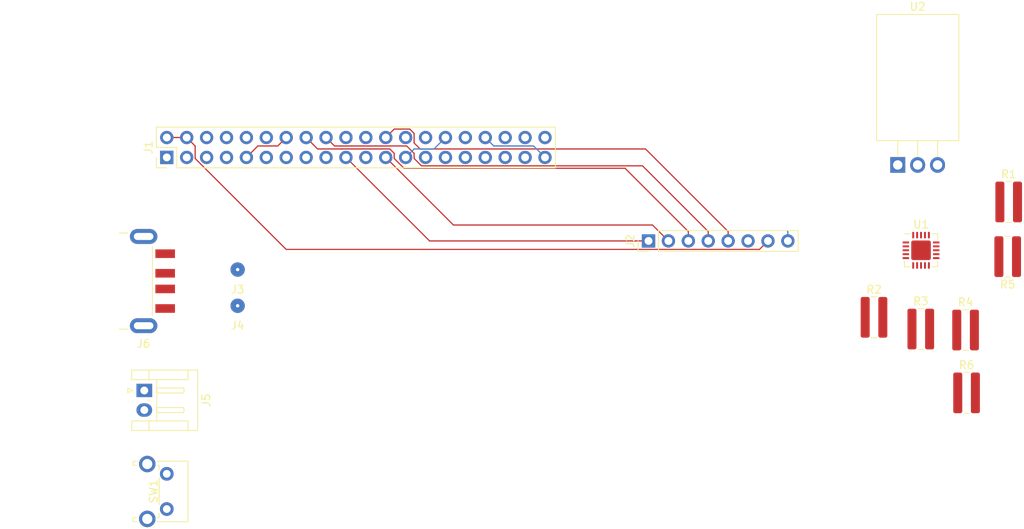
<source format=kicad_pcb>
(kicad_pcb (version 20171130) (host pcbnew 5.0.0+dfsg1-2)

  (general
    (thickness 1.6)
    (drawings 0)
    (tracks 55)
    (zones 0)
    (modules 15)
    (nets 46)
  )

  (page A4)
  (layers
    (0 F.Cu signal)
    (31 B.Cu signal)
    (36 B.SilkS user)
    (37 F.SilkS user)
    (38 B.Mask user)
    (39 F.Mask user)
    (44 Edge.Cuts user)
    (45 Margin user)
    (46 B.CrtYd user)
    (47 F.CrtYd user)
    (49 F.Fab user)
  )

  (setup
    (last_trace_width 0.1524)
    (trace_clearance 0.1524)
    (zone_clearance 0.508)
    (zone_45_only no)
    (trace_min 0.1524)
    (segment_width 0.2)
    (edge_width 0.15)
    (via_size 0.6858)
    (via_drill 0.3302)
    (via_min_size 0.508)
    (via_min_drill 0.254)
    (uvia_size 0.6858)
    (uvia_drill 0.3302)
    (uvias_allowed no)
    (uvia_min_size 0.2)
    (uvia_min_drill 0.1)
    (pcb_text_width 0.3)
    (pcb_text_size 1.5 1.5)
    (mod_edge_width 0.15)
    (mod_text_size 1 1)
    (mod_text_width 0.15)
    (pad_size 1.524 1.524)
    (pad_drill 0.762)
    (pad_to_mask_clearance 0.0508)
    (aux_axis_origin 0 0)
    (visible_elements FFFFFF7F)
    (pcbplotparams
      (layerselection 0x010fc_ffffffff)
      (usegerberextensions false)
      (usegerberattributes false)
      (usegerberadvancedattributes false)
      (creategerberjobfile false)
      (excludeedgelayer true)
      (linewidth 0.100000)
      (plotframeref false)
      (viasonmask false)
      (mode 1)
      (useauxorigin false)
      (hpglpennumber 1)
      (hpglpenspeed 20)
      (hpglpendiameter 15.000000)
      (psnegative false)
      (psa4output false)
      (plotreference true)
      (plotvalue true)
      (plotinvisibletext false)
      (padsonsilk false)
      (subtractmaskfromsilk false)
      (outputformat 1)
      (mirror false)
      (drillshape 1)
      (scaleselection 1)
      (outputdirectory ""))
  )

  (net 0 "")
  (net 1 "Net-(J1-Pad1)")
  (net 2 "Net-(J1-Pad3)")
  (net 3 "Net-(J1-Pad5)")
  (net 4 "Net-(J1-Pad7)")
  (net 5 "Net-(J1-Pad8)")
  (net 6 "Net-(J1-Pad10)")
  (net 7 "Net-(J1-Pad11)")
  (net 8 "Net-(J1-Pad12)")
  (net 9 "Net-(J1-Pad13)")
  (net 10 "Net-(J1-Pad15)")
  (net 11 /SPI_DC)
  (net 12 "Net-(J1-Pad17)")
  (net 13 /SPI_RESET)
  (net 14 /SPI_MOSI)
  (net 15 /SPI_MISO)
  (net 16 "Net-(J1-Pad22)")
  (net 17 /SPI_CLK)
  (net 18 /OLED_CS)
  (net 19 "Net-(J1-Pad26)")
  (net 20 "Net-(J1-Pad27)")
  (net 21 "Net-(J1-Pad28)")
  (net 22 "Net-(J1-Pad29)")
  (net 23 "Net-(J1-Pad31)")
  (net 24 "Net-(J1-Pad32)")
  (net 25 "Net-(J1-Pad33)")
  (net 26 "Net-(J1-Pad35)")
  (net 27 "Net-(J1-Pad36)")
  (net 28 "Net-(J1-Pad37)")
  (net 29 "Net-(J1-Pad38)")
  (net 30 "Net-(J1-Pad40)")
  (net 31 "Net-(J2-Pad6)")
  (net 32 +5V)
  (net 33 GND)
  (net 34 "Net-(J3-Pad1)")
  (net 35 "Net-(J4-Pad1)")
  (net 36 "Net-(U1-Pad1)")
  (net 37 "Net-(U1-Pad6)")
  (net 38 "Net-(U1-Pad7)")
  (net 39 "Net-(U1-Pad8)")
  (net 40 "Net-(R1-Pad1)")
  (net 41 "Net-(R2-Pad2)")
  (net 42 VBUS)
  (net 43 "Net-(R4-Pad1)")
  (net 44 "Net-(R5-Pad1)")
  (net 45 "Net-(J5-Pad2)")

  (net_class Default "This is the default net class."
    (clearance 0.1524)
    (trace_width 0.1524)
    (via_dia 0.6858)
    (via_drill 0.3302)
    (uvia_dia 0.6858)
    (uvia_drill 0.3302)
    (add_net +5V)
    (add_net /OLED_CS)
    (add_net /SPI_CLK)
    (add_net /SPI_DC)
    (add_net /SPI_MISO)
    (add_net /SPI_MOSI)
    (add_net /SPI_RESET)
    (add_net GND)
    (add_net "Net-(J1-Pad1)")
    (add_net "Net-(J1-Pad10)")
    (add_net "Net-(J1-Pad11)")
    (add_net "Net-(J1-Pad12)")
    (add_net "Net-(J1-Pad13)")
    (add_net "Net-(J1-Pad15)")
    (add_net "Net-(J1-Pad17)")
    (add_net "Net-(J1-Pad22)")
    (add_net "Net-(J1-Pad26)")
    (add_net "Net-(J1-Pad27)")
    (add_net "Net-(J1-Pad28)")
    (add_net "Net-(J1-Pad29)")
    (add_net "Net-(J1-Pad3)")
    (add_net "Net-(J1-Pad31)")
    (add_net "Net-(J1-Pad32)")
    (add_net "Net-(J1-Pad33)")
    (add_net "Net-(J1-Pad35)")
    (add_net "Net-(J1-Pad36)")
    (add_net "Net-(J1-Pad37)")
    (add_net "Net-(J1-Pad38)")
    (add_net "Net-(J1-Pad40)")
    (add_net "Net-(J1-Pad5)")
    (add_net "Net-(J1-Pad7)")
    (add_net "Net-(J1-Pad8)")
    (add_net "Net-(J2-Pad6)")
    (add_net "Net-(J3-Pad1)")
    (add_net "Net-(J4-Pad1)")
    (add_net "Net-(J5-Pad2)")
    (add_net "Net-(R1-Pad1)")
    (add_net "Net-(R2-Pad2)")
    (add_net "Net-(R4-Pad1)")
    (add_net "Net-(R5-Pad1)")
    (add_net "Net-(U1-Pad1)")
    (add_net "Net-(U1-Pad6)")
    (add_net "Net-(U1-Pad7)")
    (add_net "Net-(U1-Pad8)")
    (add_net VBUS)
  )

  (module Button_Switch_THT:SW_Tactile_SPST_Angled_PTS645Vx31-2LFS (layer F.Cu) (tedit 5A02FE31) (tstamp 5BDFFD4C)
    (at 23.114 72.9234 270)
    (descr "tactile switch SPST right angle, PTS645VL31-2 LFS")
    (tags "tactile switch SPST angled PTS645VL31-2 LFS C&K Button")
    (path /5BD466F7)
    (fp_text reference SW1 (at 2.25 1.68 270) (layer F.SilkS)
      (effects (font (size 1 1) (thickness 0.15)))
    )
    (fp_text value SW_MEC_5G (at 2.25 5.38988 270) (layer F.Fab)
      (effects (font (size 1 1) (thickness 0.15)))
    )
    (fp_line (start 4 -3.15) (end 4 -2.59) (layer F.Fab) (width 0.1))
    (fp_line (start 0.5 -3.15) (end 4 -3.15) (layer F.Fab) (width 0.1))
    (fp_line (start 0.5 -3.15) (end 0.5 -2.59) (layer F.Fab) (width 0.1))
    (fp_text user %R (at 2.25 1.68 270) (layer F.Fab)
      (effects (font (size 1 1) (thickness 0.15)))
    )
    (fp_line (start -1.09 0.97) (end -1.09 1.2) (layer F.SilkS) (width 0.12))
    (fp_line (start 5.7 4.2) (end 5.7 0.86) (layer F.Fab) (width 0.1))
    (fp_line (start -1.5 4.2) (end -1.2 4.2) (layer F.Fab) (width 0.1))
    (fp_line (start -1.2 0.86) (end 5.7 0.86) (layer F.Fab) (width 0.1))
    (fp_line (start 6 4.2) (end 6 -2.59) (layer F.Fab) (width 0.1))
    (fp_line (start -2.5 -2.8) (end 7.05 -2.8) (layer F.CrtYd) (width 0.05))
    (fp_line (start 7.05 -2.8) (end 7.05 4.45) (layer F.CrtYd) (width 0.05))
    (fp_line (start 7.05 4.45) (end -2.5 4.45) (layer F.CrtYd) (width 0.05))
    (fp_line (start -2.5 4.45) (end -2.5 -2.8) (layer F.CrtYd) (width 0.05))
    (fp_line (start -1.61 -2.7) (end 6.11 -2.7) (layer F.SilkS) (width 0.12))
    (fp_line (start 6.11 -2.7) (end 6.11 1.2) (layer F.SilkS) (width 0.12))
    (fp_line (start -1.61 4.31) (end -1.09 4.31) (layer F.SilkS) (width 0.12))
    (fp_line (start -1.61 -2.7) (end -1.61 1.2) (layer F.SilkS) (width 0.12))
    (fp_line (start -1.5 -2.59) (end 6 -2.59) (layer F.Fab) (width 0.1))
    (fp_line (start -1.5 4.2) (end -1.5 -2.59) (layer F.Fab) (width 0.1))
    (fp_line (start 5.7 4.2) (end 6 4.2) (layer F.Fab) (width 0.1))
    (fp_line (start -1.2 4.2) (end -1.2 0.86) (layer F.Fab) (width 0.1))
    (fp_line (start 5.59 0.97) (end 5.59 1.2) (layer F.SilkS) (width 0.12))
    (fp_line (start -1.09 3.8) (end -1.09 4.31) (layer F.SilkS) (width 0.12))
    (fp_line (start -1.61 3.8) (end -1.61 4.31) (layer F.SilkS) (width 0.12))
    (fp_line (start 5.05 0.97) (end 5.59 0.97) (layer F.SilkS) (width 0.12))
    (fp_line (start 5.59 3.8) (end 5.59 4.31) (layer F.SilkS) (width 0.12))
    (fp_line (start 5.59 4.31) (end 6.11 4.31) (layer F.SilkS) (width 0.12))
    (fp_line (start 6.11 3.8) (end 6.11 4.31) (layer F.SilkS) (width 0.12))
    (fp_line (start -1.09 0.97) (end -0.55 0.97) (layer F.SilkS) (width 0.12))
    (fp_line (start 0.55 0.97) (end 3.95 0.97) (layer F.SilkS) (width 0.12))
    (pad "" thru_hole circle (at 5.76 2.49 270) (size 2.1 2.1) (drill 1.3) (layers *.Cu *.Mask))
    (pad 2 thru_hole circle (at 4.5 0 270) (size 1.75 1.75) (drill 0.99) (layers *.Cu *.Mask)
      (net 33 GND))
    (pad 1 thru_hole circle (at 0 0 270) (size 1.75 1.75) (drill 0.99) (layers *.Cu *.Mask)
      (net 33 GND))
    (pad "" thru_hole circle (at -1.25 2.49 270) (size 2.1 2.1) (drill 1.3) (layers *.Cu *.Mask))
    (model ${KISYS3DMOD}/Button_Switch_THT.3dshapes/SW_Tactile_SPST_Angled_PTS645Vx31-2LFS.wrl
      (at (xyz 0 0 0))
      (scale (xyz 1 1 1))
      (rotate (xyz 0 0 0))
    )
  )

  (module Connector_JST:JST_EH_S02B-EH_1x02_P2.50mm_Horizontal (layer F.Cu) (tedit 5A0EBB2C) (tstamp 5BDFFD26)
    (at 20.2438 62.2808 270)
    (descr "JST EH series connector, S02B-EH (http://www.jst-mfg.com/product/pdf/eng/eEH.pdf), generated with kicad-footprint-generator")
    (tags "connector JST EH top entry")
    (path /5BD43D81)
    (fp_text reference J5 (at 1.25 -7.9 270) (layer F.SilkS)
      (effects (font (size 1 1) (thickness 0.15)))
    )
    (fp_text value Batt (at 1.25 2.7 270) (layer F.Fab)
      (effects (font (size 1 1) (thickness 0.15)))
    )
    (fp_line (start -1.5 -0.7) (end -1.5 1.5) (layer F.Fab) (width 0.1))
    (fp_line (start -1.5 1.5) (end -2.5 1.5) (layer F.Fab) (width 0.1))
    (fp_line (start -2.5 1.5) (end -2.5 -6.7) (layer F.Fab) (width 0.1))
    (fp_line (start -2.5 -6.7) (end 5 -6.7) (layer F.Fab) (width 0.1))
    (fp_line (start 5 -6.7) (end 5 1.5) (layer F.Fab) (width 0.1))
    (fp_line (start 5 1.5) (end 4 1.5) (layer F.Fab) (width 0.1))
    (fp_line (start 4 1.5) (end 4 -0.7) (layer F.Fab) (width 0.1))
    (fp_line (start 4 -0.7) (end -1.5 -0.7) (layer F.Fab) (width 0.1))
    (fp_line (start -3 -7.2) (end -3 2) (layer F.CrtYd) (width 0.05))
    (fp_line (start -3 2) (end 5.5 2) (layer F.CrtYd) (width 0.05))
    (fp_line (start 5.5 2) (end 5.5 -7.2) (layer F.CrtYd) (width 0.05))
    (fp_line (start 5.5 -7.2) (end -3 -7.2) (layer F.CrtYd) (width 0.05))
    (fp_line (start -1.39 -0.59) (end -1.39 1.61) (layer F.SilkS) (width 0.12))
    (fp_line (start -1.39 1.61) (end -2.61 1.61) (layer F.SilkS) (width 0.12))
    (fp_line (start -2.61 1.61) (end -2.61 -6.81) (layer F.SilkS) (width 0.12))
    (fp_line (start -2.61 -6.81) (end 5.11 -6.81) (layer F.SilkS) (width 0.12))
    (fp_line (start 5.11 -6.81) (end 5.11 1.61) (layer F.SilkS) (width 0.12))
    (fp_line (start 5.11 1.61) (end 3.89 1.61) (layer F.SilkS) (width 0.12))
    (fp_line (start 3.89 1.61) (end 3.89 -0.59) (layer F.SilkS) (width 0.12))
    (fp_line (start -2.61 -5.59) (end -1.39 -5.59) (layer F.SilkS) (width 0.12))
    (fp_line (start -1.39 -5.59) (end -1.39 -0.59) (layer F.SilkS) (width 0.12))
    (fp_line (start -1.39 -0.59) (end -2.61 -0.59) (layer F.SilkS) (width 0.12))
    (fp_line (start 5.11 -5.59) (end 3.89 -5.59) (layer F.SilkS) (width 0.12))
    (fp_line (start 3.89 -5.59) (end 3.89 -0.59) (layer F.SilkS) (width 0.12))
    (fp_line (start 3.89 -0.59) (end 5.11 -0.59) (layer F.SilkS) (width 0.12))
    (fp_line (start -1.39 -1.59) (end 3.89 -1.59) (layer F.SilkS) (width 0.12))
    (fp_line (start 0 -1.59) (end -0.32 -1.59) (layer F.SilkS) (width 0.12))
    (fp_line (start -0.32 -1.59) (end -0.32 -5.01) (layer F.SilkS) (width 0.12))
    (fp_line (start -0.32 -5.01) (end 0 -5.09) (layer F.SilkS) (width 0.12))
    (fp_line (start 0 -5.09) (end 0.32 -5.01) (layer F.SilkS) (width 0.12))
    (fp_line (start 0.32 -5.01) (end 0.32 -1.59) (layer F.SilkS) (width 0.12))
    (fp_line (start 0.32 -1.59) (end 0 -1.59) (layer F.SilkS) (width 0.12))
    (fp_line (start 1.17 -0.59) (end 1.33 -0.59) (layer F.SilkS) (width 0.12))
    (fp_line (start 2.5 -1.59) (end 2.18 -1.59) (layer F.SilkS) (width 0.12))
    (fp_line (start 2.18 -1.59) (end 2.18 -5.01) (layer F.SilkS) (width 0.12))
    (fp_line (start 2.18 -5.01) (end 2.5 -5.09) (layer F.SilkS) (width 0.12))
    (fp_line (start 2.5 -5.09) (end 2.82 -5.01) (layer F.SilkS) (width 0.12))
    (fp_line (start 2.82 -5.01) (end 2.82 -1.59) (layer F.SilkS) (width 0.12))
    (fp_line (start 2.82 -1.59) (end 2.5 -1.59) (layer F.SilkS) (width 0.12))
    (fp_line (start 0 1.5) (end -0.3 2.1) (layer F.SilkS) (width 0.12))
    (fp_line (start -0.3 2.1) (end 0.3 2.1) (layer F.SilkS) (width 0.12))
    (fp_line (start 0.3 2.1) (end 0 1.5) (layer F.SilkS) (width 0.12))
    (fp_line (start -0.5 -0.7) (end 0 -1.407107) (layer F.Fab) (width 0.1))
    (fp_line (start 0 -1.407107) (end 0.5 -0.7) (layer F.Fab) (width 0.1))
    (fp_text user %R (at 1.25 -2.6 270) (layer F.Fab)
      (effects (font (size 1 1) (thickness 0.15)))
    )
    (pad 1 thru_hole rect (at 0 0 270) (size 1.7 2) (drill 1) (layers *.Cu *.Mask)
      (net 33 GND))
    (pad 2 thru_hole oval (at 2.5 0 270) (size 1.7 2) (drill 1) (layers *.Cu *.Mask)
      (net 45 "Net-(J5-Pad2)"))
    (model ${KISYS3DMOD}/Connector_JST.3dshapes/JST_EH_S02B-EH_1x02_P2.50mm_Horizontal.wrl
      (at (xyz 0 0 0))
      (scale (xyz 1 1 1))
      (rotate (xyz 0 0 0))
    )
  )

  (module Connector_USB:USB_A_CNCTech_1001-011-01101_Horizontal (layer F.Cu) (tedit 5AFEF547) (tstamp 5BE00152)
    (at 13.2588 48.3108 180)
    (descr http://cnctech.us/pdfs/1001-011-01101.pdf)
    (tags USB-A)
    (path /5BD3BF83)
    (attr smd)
    (fp_text reference J6 (at -6.9 -8 180) (layer F.SilkS)
      (effects (font (size 1 1) (thickness 0.15)))
    )
    (fp_text value USB_A (at 0 8) (layer F.Fab)
      (effects (font (size 1 1) (thickness 0.15)))
    )
    (fp_line (start -7.9 6.025) (end -7.9 -6.025) (layer F.Fab) (width 0.1))
    (fp_line (start -7.9 -6.025) (end 10.9 -6.025) (layer F.Fab) (width 0.1))
    (fp_line (start -7.9 6.025) (end 10.9 6.025) (layer F.Fab) (width 0.1))
    (fp_line (start 10.9 6.025) (end 10.9 -6.025) (layer F.Fab) (width 0.1))
    (fp_line (start -10.4 3.75) (end -10.4 3.25) (layer F.Fab) (width 0.1))
    (fp_line (start -10.4 3.25) (end -7.9 3.25) (layer F.Fab) (width 0.1))
    (fp_line (start -10.4 3.75) (end -7.9 3.75) (layer F.Fab) (width 0.1))
    (fp_line (start -10.4 0.75) (end -7.9 0.75) (layer F.Fab) (width 0.1))
    (fp_line (start -10.4 1.25) (end -10.4 0.75) (layer F.Fab) (width 0.1))
    (fp_line (start -10.4 1.25) (end -7.9 1.25) (layer F.Fab) (width 0.1))
    (fp_line (start -10.4 -0.75) (end -10.4 -1.25) (layer F.Fab) (width 0.1))
    (fp_line (start -10.4 -0.75) (end -7.9 -0.75) (layer F.Fab) (width 0.1))
    (fp_line (start -10.4 -1.25) (end -7.9 -1.25) (layer F.Fab) (width 0.1))
    (fp_line (start -10.4 -3.75) (end -7.9 -3.75) (layer F.Fab) (width 0.1))
    (fp_line (start -10.4 -3.25) (end -10.4 -3.75) (layer F.Fab) (width 0.1))
    (fp_line (start -10.4 -3.25) (end -7.9 -3.25) (layer F.Fab) (width 0.1))
    (fp_circle (center -6.9 -2.3) (end -6.9 -2.8) (layer F.Fab) (width 0.1))
    (fp_circle (center -6.9 2.3) (end -6.9 2.8) (layer F.Fab) (width 0.1))
    (fp_line (start -8.02 -4.4) (end -8.02 4.4) (layer F.SilkS) (width 0.12))
    (fp_line (start -3.8 6.025) (end -3.8 -6.025) (layer Dwgs.User) (width 0.1))
    (fp_text user "PCB Edge" (at -4.55 -0.05 270) (layer Dwgs.User)
      (effects (font (size 0.6 0.6) (thickness 0.09)))
    )
    (fp_line (start -4.85 -6.145) (end -3.8 -6.145) (layer F.SilkS) (width 0.12))
    (fp_line (start -4.85 6.145) (end -3.8 6.145) (layer F.SilkS) (width 0.12))
    (fp_line (start -11.4 4.55) (end -11.4 -4.55) (layer F.CrtYd) (width 0.05))
    (fp_line (start -11.4 -4.55) (end -9.15 -4.55) (layer F.CrtYd) (width 0.05))
    (fp_line (start -9.15 -7.15) (end -9.15 -4.55) (layer F.CrtYd) (width 0.05))
    (fp_line (start -9.15 -7.15) (end -4.65 -7.15) (layer F.CrtYd) (width 0.05))
    (fp_line (start -4.65 -6.52) (end -4.65 -7.15) (layer F.CrtYd) (width 0.05))
    (fp_line (start -4.65 -6.52) (end 11.4 -6.52) (layer F.CrtYd) (width 0.05))
    (fp_line (start 11.4 6.52) (end 11.4 -6.52) (layer F.CrtYd) (width 0.05))
    (fp_text user %R (at -6 0 270) (layer F.Fab)
      (effects (font (size 1 1) (thickness 0.15)))
    )
    (fp_line (start -4.65 6.52) (end 11.4 6.52) (layer F.CrtYd) (width 0.05))
    (fp_line (start -4.65 7.15) (end -4.65 6.52) (layer F.CrtYd) (width 0.05))
    (fp_line (start -9.15 7.15) (end -4.65 7.15) (layer F.CrtYd) (width 0.05))
    (fp_line (start -9.15 4.55) (end -9.15 7.15) (layer F.CrtYd) (width 0.05))
    (fp_line (start -11.4 4.55) (end -9.15 4.55) (layer F.CrtYd) (width 0.05))
    (pad 2 smd rect (at -9.65 -1 180) (size 2.5 1.1) (layers F.Cu F.Paste F.Mask)
      (net 35 "Net-(J4-Pad1)"))
    (pad 3 smd rect (at -9.65 1 180) (size 2.5 1.1) (layers F.Cu F.Paste F.Mask)
      (net 34 "Net-(J3-Pad1)"))
    (pad 1 smd rect (at -9.65 -3.5 180) (size 2.5 1.1) (layers F.Cu F.Paste F.Mask)
      (net 42 VBUS))
    (pad 4 smd rect (at -9.65 3.5 180) (size 2.5 1.1) (layers F.Cu F.Paste F.Mask)
      (net 33 GND))
    (pad 5 thru_hole oval (at -6.9 -5.7 180) (size 3.5 1.9) (drill oval 2.5 0.9) (layers *.Cu *.Mask)
      (net 33 GND))
    (pad 5 thru_hole oval (at -6.9 5.7 180) (size 3.5 1.9) (drill oval 2.5 0.9) (layers *.Cu *.Mask)
      (net 33 GND))
    (pad "" np_thru_hole circle (at -6.9 -2.3 180) (size 1.1 1.1) (drill 1.1) (layers *.Cu *.Mask))
    (pad "" np_thru_hole circle (at -6.9 2.3 180) (size 1.1 1.1) (drill 1.1) (layers *.Cu *.Mask))
    (model ${KISYS3DMOD}/Connector_USB.3dshapes/USB_A_CNCTech_1001-011-01101_Horizontal.wrl
      (at (xyz 0 0 0))
      (scale (xyz 1 1 1))
      (rotate (xyz 0 0 0))
    )
  )

  (module Package_TO_SOT_THT:TO-220F-3_Horizontal_TabDown (layer F.Cu) (tedit 5AC8BA0D) (tstamp 5BDFFBB9)
    (at 116.3828 33.4772)
    (descr "TO-220F-3, Horizontal, RM 2.54mm, see http://www.st.com/resource/en/datasheet/stp20nm60.pdf")
    (tags "TO-220F-3 Horizontal RM 2.54mm")
    (path /5BD41154)
    (fp_text reference U2 (at 2.54 -20.22) (layer F.SilkS)
      (effects (font (size 1 1) (thickness 0.15)))
    )
    (fp_text value L7805 (at 2.54 2) (layer F.Fab)
      (effects (font (size 1 1) (thickness 0.15)))
    )
    (fp_circle (center 2.54 -15.8) (end 4.39 -15.8) (layer F.Fab) (width 0.1))
    (fp_line (start -2.59 -12.42) (end -2.59 -19.1) (layer F.Fab) (width 0.1))
    (fp_line (start -2.59 -19.1) (end 7.67 -19.1) (layer F.Fab) (width 0.1))
    (fp_line (start 7.67 -19.1) (end 7.67 -12.42) (layer F.Fab) (width 0.1))
    (fp_line (start 7.67 -12.42) (end -2.59 -12.42) (layer F.Fab) (width 0.1))
    (fp_line (start -2.59 -3.23) (end -2.59 -12.42) (layer F.Fab) (width 0.1))
    (fp_line (start -2.59 -12.42) (end 7.67 -12.42) (layer F.Fab) (width 0.1))
    (fp_line (start 7.67 -12.42) (end 7.67 -3.23) (layer F.Fab) (width 0.1))
    (fp_line (start 7.67 -3.23) (end -2.59 -3.23) (layer F.Fab) (width 0.1))
    (fp_line (start 0 -3.23) (end 0 0) (layer F.Fab) (width 0.1))
    (fp_line (start 2.54 -3.23) (end 2.54 0) (layer F.Fab) (width 0.1))
    (fp_line (start 5.08 -3.23) (end 5.08 0) (layer F.Fab) (width 0.1))
    (fp_line (start -2.71 -3.11) (end 7.79 -3.11) (layer F.SilkS) (width 0.12))
    (fp_line (start -2.71 -19.22) (end 7.79 -19.22) (layer F.SilkS) (width 0.12))
    (fp_line (start -2.71 -19.22) (end -2.71 -3.11) (layer F.SilkS) (width 0.12))
    (fp_line (start 7.79 -19.22) (end 7.79 -3.11) (layer F.SilkS) (width 0.12))
    (fp_line (start 0 -3.11) (end 0 -1.15) (layer F.SilkS) (width 0.12))
    (fp_line (start 2.54 -3.11) (end 2.54 -1.15) (layer F.SilkS) (width 0.12))
    (fp_line (start 5.08 -3.11) (end 5.08 -1.15) (layer F.SilkS) (width 0.12))
    (fp_line (start -2.84 -19.35) (end -2.84 1.25) (layer F.CrtYd) (width 0.05))
    (fp_line (start -2.84 1.25) (end 7.92 1.25) (layer F.CrtYd) (width 0.05))
    (fp_line (start 7.92 1.25) (end 7.92 -19.35) (layer F.CrtYd) (width 0.05))
    (fp_line (start 7.92 -19.35) (end -2.84 -19.35) (layer F.CrtYd) (width 0.05))
    (fp_text user %R (at 2.54 -20.22) (layer F.Fab)
      (effects (font (size 1 1) (thickness 0.15)))
    )
    (pad "" np_thru_hole oval (at 2.54 -15.8) (size 3.5 3.5) (drill 3.5) (layers *.Cu *.Mask))
    (pad 1 thru_hole rect (at 0 0) (size 1.905 2) (drill 1.2) (layers *.Cu *.Mask)
      (net 36 "Net-(U1-Pad1)"))
    (pad 2 thru_hole oval (at 2.54 0) (size 1.905 2) (drill 1.2) (layers *.Cu *.Mask)
      (net 33 GND))
    (pad 3 thru_hole oval (at 5.08 0) (size 1.905 2) (drill 1.2) (layers *.Cu *.Mask)
      (net 32 +5V))
    (model ${KISYS3DMOD}/Package_TO_SOT_THT.3dshapes/TO-220F-3_Horizontal_TabDown.wrl
      (at (xyz 0 0 0))
      (scale (xyz 1 1 1))
      (rotate (xyz 0 0 0))
    )
  )

  (module Resistor_SMD:R_1020_2550Metric (layer F.Cu) (tedit 5B301BBD) (tstamp 5BDFFB99)
    (at 125.1638 62.5856)
    (descr "Resistor SMD 1020 (2550 Metric), square (rectangular) end terminal, IPC_7351 nominal, (Body size source: https://www.vishay.com/docs/20019/rcwe.pdf), generated with kicad-footprint-generator")
    (tags resistor)
    (path /5BD52A60)
    (attr smd)
    (fp_text reference R6 (at 0 -3.55) (layer F.SilkS)
      (effects (font (size 1 1) (thickness 0.15)))
    )
    (fp_text value 150K (at 0 3.55) (layer F.Fab)
      (effects (font (size 1 1) (thickness 0.15)))
    )
    (fp_text user %R (at 0 0) (layer F.Fab)
      (effects (font (size 0.62 0.62) (thickness 0.09)))
    )
    (fp_line (start 1.95 2.85) (end -1.95 2.85) (layer F.CrtYd) (width 0.05))
    (fp_line (start 1.95 -2.85) (end 1.95 2.85) (layer F.CrtYd) (width 0.05))
    (fp_line (start -1.95 -2.85) (end 1.95 -2.85) (layer F.CrtYd) (width 0.05))
    (fp_line (start -1.95 2.85) (end -1.95 -2.85) (layer F.CrtYd) (width 0.05))
    (fp_line (start -0.361252 2.61) (end 0.361252 2.61) (layer F.SilkS) (width 0.12))
    (fp_line (start -0.361252 -2.61) (end 0.361252 -2.61) (layer F.SilkS) (width 0.12))
    (fp_line (start 1.25 2.5) (end -1.25 2.5) (layer F.Fab) (width 0.1))
    (fp_line (start 1.25 -2.5) (end 1.25 2.5) (layer F.Fab) (width 0.1))
    (fp_line (start -1.25 -2.5) (end 1.25 -2.5) (layer F.Fab) (width 0.1))
    (fp_line (start -1.25 2.5) (end -1.25 -2.5) (layer F.Fab) (width 0.1))
    (pad 2 smd roundrect (at 1.125 0) (size 1.15 5.2) (layers F.Cu F.Paste F.Mask) (roundrect_rratio 0.217391)
      (net 33 GND))
    (pad 1 smd roundrect (at -1.125 0) (size 1.15 5.2) (layers F.Cu F.Paste F.Mask) (roundrect_rratio 0.217391)
      (net 43 "Net-(R4-Pad1)"))
    (model ${KISYS3DMOD}/Resistor_SMD.3dshapes/R_1020_2550Metric.wrl
      (at (xyz 0 0 0))
      (scale (xyz 1 1 1))
      (rotate (xyz 0 0 0))
    )
  )

  (module Resistor_SMD:R_1020_2550Metric (layer F.Cu) (tedit 5B301BBD) (tstamp 5BDFFB88)
    (at 130.411 45.1866 180)
    (descr "Resistor SMD 1020 (2550 Metric), square (rectangular) end terminal, IPC_7351 nominal, (Body size source: https://www.vishay.com/docs/20019/rcwe.pdf), generated with kicad-footprint-generator")
    (tags resistor)
    (path /5BD4E3FE)
    (attr smd)
    (fp_text reference R5 (at 0 -3.55 180) (layer F.SilkS)
      (effects (font (size 1 1) (thickness 0.15)))
    )
    (fp_text value 100K (at 0 3.55 180) (layer F.Fab)
      (effects (font (size 1 1) (thickness 0.15)))
    )
    (fp_line (start -1.25 2.5) (end -1.25 -2.5) (layer F.Fab) (width 0.1))
    (fp_line (start -1.25 -2.5) (end 1.25 -2.5) (layer F.Fab) (width 0.1))
    (fp_line (start 1.25 -2.5) (end 1.25 2.5) (layer F.Fab) (width 0.1))
    (fp_line (start 1.25 2.5) (end -1.25 2.5) (layer F.Fab) (width 0.1))
    (fp_line (start -0.361252 -2.61) (end 0.361252 -2.61) (layer F.SilkS) (width 0.12))
    (fp_line (start -0.361252 2.61) (end 0.361252 2.61) (layer F.SilkS) (width 0.12))
    (fp_line (start -1.95 2.85) (end -1.95 -2.85) (layer F.CrtYd) (width 0.05))
    (fp_line (start -1.95 -2.85) (end 1.95 -2.85) (layer F.CrtYd) (width 0.05))
    (fp_line (start 1.95 -2.85) (end 1.95 2.85) (layer F.CrtYd) (width 0.05))
    (fp_line (start 1.95 2.85) (end -1.95 2.85) (layer F.CrtYd) (width 0.05))
    (fp_text user %R (at 0 0 180) (layer F.Fab)
      (effects (font (size 0.62 0.62) (thickness 0.09)))
    )
    (pad 1 smd roundrect (at -1.125 0 180) (size 1.15 5.2) (layers F.Cu F.Paste F.Mask) (roundrect_rratio 0.217391)
      (net 44 "Net-(R5-Pad1)"))
    (pad 2 smd roundrect (at 1.125 0 180) (size 1.15 5.2) (layers F.Cu F.Paste F.Mask) (roundrect_rratio 0.217391)
      (net 33 GND))
    (model ${KISYS3DMOD}/Resistor_SMD.3dshapes/R_1020_2550Metric.wrl
      (at (xyz 0 0 0))
      (scale (xyz 1 1 1))
      (rotate (xyz 0 0 0))
    )
  )

  (module Resistor_SMD:R_1020_2550Metric (layer F.Cu) (tedit 5B301BBD) (tstamp 5BDFFB77)
    (at 125.0368 54.5592)
    (descr "Resistor SMD 1020 (2550 Metric), square (rectangular) end terminal, IPC_7351 nominal, (Body size source: https://www.vishay.com/docs/20019/rcwe.pdf), generated with kicad-footprint-generator")
    (tags resistor)
    (path /5BD52AEB)
    (attr smd)
    (fp_text reference R4 (at 0 -3.55) (layer F.SilkS)
      (effects (font (size 1 1) (thickness 0.15)))
    )
    (fp_text value 10K (at 0 3.55) (layer F.Fab)
      (effects (font (size 1 1) (thickness 0.15)))
    )
    (fp_text user %R (at 0 0) (layer F.Fab)
      (effects (font (size 0.62 0.62) (thickness 0.09)))
    )
    (fp_line (start 1.95 2.85) (end -1.95 2.85) (layer F.CrtYd) (width 0.05))
    (fp_line (start 1.95 -2.85) (end 1.95 2.85) (layer F.CrtYd) (width 0.05))
    (fp_line (start -1.95 -2.85) (end 1.95 -2.85) (layer F.CrtYd) (width 0.05))
    (fp_line (start -1.95 2.85) (end -1.95 -2.85) (layer F.CrtYd) (width 0.05))
    (fp_line (start -0.361252 2.61) (end 0.361252 2.61) (layer F.SilkS) (width 0.12))
    (fp_line (start -0.361252 -2.61) (end 0.361252 -2.61) (layer F.SilkS) (width 0.12))
    (fp_line (start 1.25 2.5) (end -1.25 2.5) (layer F.Fab) (width 0.1))
    (fp_line (start 1.25 -2.5) (end 1.25 2.5) (layer F.Fab) (width 0.1))
    (fp_line (start -1.25 -2.5) (end 1.25 -2.5) (layer F.Fab) (width 0.1))
    (fp_line (start -1.25 2.5) (end -1.25 -2.5) (layer F.Fab) (width 0.1))
    (pad 2 smd roundrect (at 1.125 0) (size 1.15 5.2) (layers F.Cu F.Paste F.Mask) (roundrect_rratio 0.217391)
      (net 33 GND))
    (pad 1 smd roundrect (at -1.125 0) (size 1.15 5.2) (layers F.Cu F.Paste F.Mask) (roundrect_rratio 0.217391)
      (net 43 "Net-(R4-Pad1)"))
    (model ${KISYS3DMOD}/Resistor_SMD.3dshapes/R_1020_2550Metric.wrl
      (at (xyz 0 0 0))
      (scale (xyz 1 1 1))
      (rotate (xyz 0 0 0))
    )
  )

  (module Resistor_SMD:R_1020_2550Metric (layer F.Cu) (tedit 5B301BBD) (tstamp 5BDFFB66)
    (at 119.3218 54.4322)
    (descr "Resistor SMD 1020 (2550 Metric), square (rectangular) end terminal, IPC_7351 nominal, (Body size source: https://www.vishay.com/docs/20019/rcwe.pdf), generated with kicad-footprint-generator")
    (tags resistor)
    (path /5BD479D8)
    (attr smd)
    (fp_text reference R3 (at 0 -3.55) (layer F.SilkS)
      (effects (font (size 1 1) (thickness 0.15)))
    )
    (fp_text value 100K (at 0 3.55) (layer F.Fab)
      (effects (font (size 1 1) (thickness 0.15)))
    )
    (fp_line (start -1.25 2.5) (end -1.25 -2.5) (layer F.Fab) (width 0.1))
    (fp_line (start -1.25 -2.5) (end 1.25 -2.5) (layer F.Fab) (width 0.1))
    (fp_line (start 1.25 -2.5) (end 1.25 2.5) (layer F.Fab) (width 0.1))
    (fp_line (start 1.25 2.5) (end -1.25 2.5) (layer F.Fab) (width 0.1))
    (fp_line (start -0.361252 -2.61) (end 0.361252 -2.61) (layer F.SilkS) (width 0.12))
    (fp_line (start -0.361252 2.61) (end 0.361252 2.61) (layer F.SilkS) (width 0.12))
    (fp_line (start -1.95 2.85) (end -1.95 -2.85) (layer F.CrtYd) (width 0.05))
    (fp_line (start -1.95 -2.85) (end 1.95 -2.85) (layer F.CrtYd) (width 0.05))
    (fp_line (start 1.95 -2.85) (end 1.95 2.85) (layer F.CrtYd) (width 0.05))
    (fp_line (start 1.95 2.85) (end -1.95 2.85) (layer F.CrtYd) (width 0.05))
    (fp_text user %R (at 0 0) (layer F.Fab)
      (effects (font (size 0.62 0.62) (thickness 0.09)))
    )
    (pad 1 smd roundrect (at -1.125 0) (size 1.15 5.2) (layers F.Cu F.Paste F.Mask) (roundrect_rratio 0.217391)
      (net 41 "Net-(R2-Pad2)"))
    (pad 2 smd roundrect (at 1.125 0) (size 1.15 5.2) (layers F.Cu F.Paste F.Mask) (roundrect_rratio 0.217391)
      (net 33 GND))
    (model ${KISYS3DMOD}/Resistor_SMD.3dshapes/R_1020_2550Metric.wrl
      (at (xyz 0 0 0))
      (scale (xyz 1 1 1))
      (rotate (xyz 0 0 0))
    )
  )

  (module Resistor_SMD:R_1020_2550Metric (layer F.Cu) (tedit 5B301BBD) (tstamp 5BDFFB55)
    (at 113.3528 52.9336)
    (descr "Resistor SMD 1020 (2550 Metric), square (rectangular) end terminal, IPC_7351 nominal, (Body size source: https://www.vishay.com/docs/20019/rcwe.pdf), generated with kicad-footprint-generator")
    (tags resistor)
    (path /5BD47A59)
    (attr smd)
    (fp_text reference R2 (at 0 -3.55) (layer F.SilkS)
      (effects (font (size 1 1) (thickness 0.15)))
    )
    (fp_text value 270k (at 0 3.55) (layer F.Fab)
      (effects (font (size 1 1) (thickness 0.15)))
    )
    (fp_text user %R (at 0 0) (layer F.Fab)
      (effects (font (size 0.62 0.62) (thickness 0.09)))
    )
    (fp_line (start 1.95 2.85) (end -1.95 2.85) (layer F.CrtYd) (width 0.05))
    (fp_line (start 1.95 -2.85) (end 1.95 2.85) (layer F.CrtYd) (width 0.05))
    (fp_line (start -1.95 -2.85) (end 1.95 -2.85) (layer F.CrtYd) (width 0.05))
    (fp_line (start -1.95 2.85) (end -1.95 -2.85) (layer F.CrtYd) (width 0.05))
    (fp_line (start -0.361252 2.61) (end 0.361252 2.61) (layer F.SilkS) (width 0.12))
    (fp_line (start -0.361252 -2.61) (end 0.361252 -2.61) (layer F.SilkS) (width 0.12))
    (fp_line (start 1.25 2.5) (end -1.25 2.5) (layer F.Fab) (width 0.1))
    (fp_line (start 1.25 -2.5) (end 1.25 2.5) (layer F.Fab) (width 0.1))
    (fp_line (start -1.25 -2.5) (end 1.25 -2.5) (layer F.Fab) (width 0.1))
    (fp_line (start -1.25 2.5) (end -1.25 -2.5) (layer F.Fab) (width 0.1))
    (pad 2 smd roundrect (at 1.125 0) (size 1.15 5.2) (layers F.Cu F.Paste F.Mask) (roundrect_rratio 0.217391)
      (net 41 "Net-(R2-Pad2)"))
    (pad 1 smd roundrect (at -1.125 0) (size 1.15 5.2) (layers F.Cu F.Paste F.Mask) (roundrect_rratio 0.217391)
      (net 42 VBUS))
    (model ${KISYS3DMOD}/Resistor_SMD.3dshapes/R_1020_2550Metric.wrl
      (at (xyz 0 0 0))
      (scale (xyz 1 1 1))
      (rotate (xyz 0 0 0))
    )
  )

  (module Resistor_SMD:R_1020_2550Metric (layer F.Cu) (tedit 5B301BBD) (tstamp 5BDFFB44)
    (at 130.538 38.2016)
    (descr "Resistor SMD 1020 (2550 Metric), square (rectangular) end terminal, IPC_7351 nominal, (Body size source: https://www.vishay.com/docs/20019/rcwe.pdf), generated with kicad-footprint-generator")
    (tags resistor)
    (path /5BD4E393)
    (attr smd)
    (fp_text reference R1 (at 0 -3.55) (layer F.SilkS)
      (effects (font (size 1 1) (thickness 0.15)))
    )
    (fp_text value 2K (at 0 3.55) (layer F.Fab)
      (effects (font (size 1 1) (thickness 0.15)))
    )
    (fp_line (start -1.25 2.5) (end -1.25 -2.5) (layer F.Fab) (width 0.1))
    (fp_line (start -1.25 -2.5) (end 1.25 -2.5) (layer F.Fab) (width 0.1))
    (fp_line (start 1.25 -2.5) (end 1.25 2.5) (layer F.Fab) (width 0.1))
    (fp_line (start 1.25 2.5) (end -1.25 2.5) (layer F.Fab) (width 0.1))
    (fp_line (start -0.361252 -2.61) (end 0.361252 -2.61) (layer F.SilkS) (width 0.12))
    (fp_line (start -0.361252 2.61) (end 0.361252 2.61) (layer F.SilkS) (width 0.12))
    (fp_line (start -1.95 2.85) (end -1.95 -2.85) (layer F.CrtYd) (width 0.05))
    (fp_line (start -1.95 -2.85) (end 1.95 -2.85) (layer F.CrtYd) (width 0.05))
    (fp_line (start 1.95 -2.85) (end 1.95 2.85) (layer F.CrtYd) (width 0.05))
    (fp_line (start 1.95 2.85) (end -1.95 2.85) (layer F.CrtYd) (width 0.05))
    (fp_text user %R (at 0 0) (layer F.Fab)
      (effects (font (size 0.62 0.62) (thickness 0.09)))
    )
    (pad 1 smd roundrect (at -1.125 0) (size 1.15 5.2) (layers F.Cu F.Paste F.Mask) (roundrect_rratio 0.217391)
      (net 40 "Net-(R1-Pad1)"))
    (pad 2 smd roundrect (at 1.125 0) (size 1.15 5.2) (layers F.Cu F.Paste F.Mask) (roundrect_rratio 0.217391)
      (net 33 GND))
    (model ${KISYS3DMOD}/Resistor_SMD.3dshapes/R_1020_2550Metric.wrl
      (at (xyz 0 0 0))
      (scale (xyz 1 1 1))
      (rotate (xyz 0 0 0))
    )
  )

  (module Package_DFN_QFN:QFN-20-1EP_4x4mm_P0.5mm_EP2.5x2.5mm (layer F.Cu) (tedit 5B4E6D2C) (tstamp 5BE9C425)
    (at 119.3546 44.3738)
    (descr "QFN, 20 Pin (http://ww1.microchip.com/downloads/en/PackagingSpec/00000049BQ.pdf (Page 274)), generated with kicad-footprint-generator ipc_dfn_qfn_generator.py")
    (tags "QFN DFN_QFN")
    (path /5BD3AA3C)
    (attr smd)
    (fp_text reference U1 (at 0 -3.3) (layer F.SilkS)
      (effects (font (size 1 1) (thickness 0.15)))
    )
    (fp_text value MCP73871 (at 0 3.3) (layer F.Fab)
      (effects (font (size 1 1) (thickness 0.15)))
    )
    (fp_line (start 1.385 -2.11) (end 2.11 -2.11) (layer F.SilkS) (width 0.12))
    (fp_line (start 2.11 -2.11) (end 2.11 -1.385) (layer F.SilkS) (width 0.12))
    (fp_line (start -1.385 2.11) (end -2.11 2.11) (layer F.SilkS) (width 0.12))
    (fp_line (start -2.11 2.11) (end -2.11 1.385) (layer F.SilkS) (width 0.12))
    (fp_line (start 1.385 2.11) (end 2.11 2.11) (layer F.SilkS) (width 0.12))
    (fp_line (start 2.11 2.11) (end 2.11 1.385) (layer F.SilkS) (width 0.12))
    (fp_line (start -1.385 -2.11) (end -2.11 -2.11) (layer F.SilkS) (width 0.12))
    (fp_line (start -1 -2) (end 2 -2) (layer F.Fab) (width 0.1))
    (fp_line (start 2 -2) (end 2 2) (layer F.Fab) (width 0.1))
    (fp_line (start 2 2) (end -2 2) (layer F.Fab) (width 0.1))
    (fp_line (start -2 2) (end -2 -1) (layer F.Fab) (width 0.1))
    (fp_line (start -2 -1) (end -1 -2) (layer F.Fab) (width 0.1))
    (fp_line (start -2.6 -2.6) (end -2.6 2.6) (layer F.CrtYd) (width 0.05))
    (fp_line (start -2.6 2.6) (end 2.6 2.6) (layer F.CrtYd) (width 0.05))
    (fp_line (start 2.6 2.6) (end 2.6 -2.6) (layer F.CrtYd) (width 0.05))
    (fp_line (start 2.6 -2.6) (end -2.6 -2.6) (layer F.CrtYd) (width 0.05))
    (fp_text user %R (at 0 0) (layer F.Fab)
      (effects (font (size 1 1) (thickness 0.15)))
    )
    (pad 21 smd roundrect (at 0 0) (size 2.5 2.5) (layers F.Cu F.Mask) (roundrect_rratio 0.1)
      (net 33 GND))
    (pad "" smd roundrect (at -0.625 -0.625) (size 1.01 1.01) (layers F.Paste) (roundrect_rratio 0.247525))
    (pad "" smd roundrect (at -0.625 0.625) (size 1.01 1.01) (layers F.Paste) (roundrect_rratio 0.247525))
    (pad "" smd roundrect (at 0.625 -0.625) (size 1.01 1.01) (layers F.Paste) (roundrect_rratio 0.247525))
    (pad "" smd roundrect (at 0.625 0.625) (size 1.01 1.01) (layers F.Paste) (roundrect_rratio 0.247525))
    (pad 1 smd roundrect (at -1.9375 -1) (size 0.825 0.25) (layers F.Cu F.Paste F.Mask) (roundrect_rratio 0.25)
      (net 36 "Net-(U1-Pad1)"))
    (pad 2 smd roundrect (at -1.9375 -0.5) (size 0.825 0.25) (layers F.Cu F.Paste F.Mask) (roundrect_rratio 0.25)
      (net 41 "Net-(R2-Pad2)"))
    (pad 3 smd roundrect (at -1.9375 0) (size 0.825 0.25) (layers F.Cu F.Paste F.Mask) (roundrect_rratio 0.25)
      (net 42 VBUS))
    (pad 4 smd roundrect (at -1.9375 0.5) (size 0.825 0.25) (layers F.Cu F.Paste F.Mask) (roundrect_rratio 0.25)
      (net 42 VBUS))
    (pad 5 smd roundrect (at -1.9375 1) (size 0.825 0.25) (layers F.Cu F.Paste F.Mask) (roundrect_rratio 0.25)
      (net 43 "Net-(R4-Pad1)"))
    (pad 6 smd roundrect (at -1 1.9375) (size 0.25 0.825) (layers F.Cu F.Paste F.Mask) (roundrect_rratio 0.25)
      (net 37 "Net-(U1-Pad6)"))
    (pad 7 smd roundrect (at -0.5 1.9375) (size 0.25 0.825) (layers F.Cu F.Paste F.Mask) (roundrect_rratio 0.25)
      (net 38 "Net-(U1-Pad7)"))
    (pad 8 smd roundrect (at 0 1.9375) (size 0.25 0.825) (layers F.Cu F.Paste F.Mask) (roundrect_rratio 0.25)
      (net 39 "Net-(U1-Pad8)"))
    (pad 9 smd roundrect (at 0.5 1.9375) (size 0.25 0.825) (layers F.Cu F.Paste F.Mask) (roundrect_rratio 0.25)
      (net 42 VBUS))
    (pad 10 smd roundrect (at 1 1.9375) (size 0.25 0.825) (layers F.Cu F.Paste F.Mask) (roundrect_rratio 0.25)
      (net 33 GND))
    (pad 11 smd roundrect (at 1.9375 1) (size 0.825 0.25) (layers F.Cu F.Paste F.Mask) (roundrect_rratio 0.25)
      (net 33 GND))
    (pad 12 smd roundrect (at 1.9375 0.5) (size 0.825 0.25) (layers F.Cu F.Paste F.Mask) (roundrect_rratio 0.25)
      (net 44 "Net-(R5-Pad1)"))
    (pad 13 smd roundrect (at 1.9375 0) (size 0.825 0.25) (layers F.Cu F.Paste F.Mask) (roundrect_rratio 0.25)
      (net 40 "Net-(R1-Pad1)"))
    (pad 14 smd roundrect (at 1.9375 -0.5) (size 0.825 0.25) (layers F.Cu F.Paste F.Mask) (roundrect_rratio 0.25)
      (net 45 "Net-(J5-Pad2)"))
    (pad 15 smd roundrect (at 1.9375 -1) (size 0.825 0.25) (layers F.Cu F.Paste F.Mask) (roundrect_rratio 0.25)
      (net 45 "Net-(J5-Pad2)"))
    (pad 16 smd roundrect (at 1 -1.9375) (size 0.25 0.825) (layers F.Cu F.Paste F.Mask) (roundrect_rratio 0.25)
      (net 45 "Net-(J5-Pad2)"))
    (pad 17 smd roundrect (at 0.5 -1.9375) (size 0.25 0.825) (layers F.Cu F.Paste F.Mask) (roundrect_rratio 0.25)
      (net 42 VBUS))
    (pad 18 smd roundrect (at 0 -1.9375) (size 0.25 0.825) (layers F.Cu F.Paste F.Mask) (roundrect_rratio 0.25)
      (net 42 VBUS))
    (pad 19 smd roundrect (at -0.5 -1.9375) (size 0.25 0.825) (layers F.Cu F.Paste F.Mask) (roundrect_rratio 0.25)
      (net 42 VBUS))
    (pad 20 smd roundrect (at -1 -1.9375) (size 0.25 0.825) (layers F.Cu F.Paste F.Mask) (roundrect_rratio 0.25)
      (net 36 "Net-(U1-Pad1)"))
    (model ${KISYS3DMOD}/Package_DFN_QFN.3dshapes/QFN-20-1EP_4x4mm_P0.5mm_EP2.5x2.5mm.wrl
      (at (xyz 0 0 0))
      (scale (xyz 1 1 1))
      (rotate (xyz 0 0 0))
    )
  )

  (module pogo:0906-1-15-20-75 (layer F.Cu) (tedit 5BD3AB65) (tstamp 5BE9C3F7)
    (at 32.1564 51.4604)
    (path /5BD3B61B)
    (fp_text reference J4 (at 0 2.54) (layer F.SilkS)
      (effects (font (size 1 1) (thickness 0.15)))
    )
    (fp_text value 0906-1 (at 0 -2.54) (layer F.Fab)
      (effects (font (size 1 1) (thickness 0.15)))
    )
    (pad 1 thru_hole circle (at 0 0) (size 1.8288 1.8288) (drill 0.4318) (layers *.Cu *.Mask)
      (net 35 "Net-(J4-Pad1)"))
  )

  (module pogo:0906-1-15-20-75 (layer F.Cu) (tedit 5BD3AB65) (tstamp 5BE9C3F2)
    (at 32.1564 46.8376)
    (path /5BD3B541)
    (fp_text reference J3 (at 0 2.54) (layer F.SilkS)
      (effects (font (size 1 1) (thickness 0.15)))
    )
    (fp_text value 0906-1 (at 0 -2.54) (layer F.Fab)
      (effects (font (size 1 1) (thickness 0.15)))
    )
    (pad 1 thru_hole circle (at 0 0) (size 1.8288 1.8288) (drill 0.4318) (layers *.Cu *.Mask)
      (net 34 "Net-(J3-Pad1)"))
  )

  (module Connector_PinHeader_2.54mm:PinHeader_1x08_P2.54mm_Vertical (layer F.Cu) (tedit 59FED5CC) (tstamp 5BDFA331)
    (at 84.582 43.18 90)
    (descr "Through hole straight pin header, 1x08, 2.54mm pitch, single row")
    (tags "Through hole pin header THT 1x08 2.54mm single row")
    (path /5BD38C5F)
    (fp_text reference J2 (at 0 -2.33 90) (layer F.SilkS)
      (effects (font (size 1 1) (thickness 0.15)))
    )
    (fp_text value SSD1608_SPI (at 0 20.11 90) (layer F.Fab)
      (effects (font (size 1 1) (thickness 0.15)))
    )
    (fp_line (start -0.635 -1.27) (end 1.27 -1.27) (layer F.Fab) (width 0.1))
    (fp_line (start 1.27 -1.27) (end 1.27 19.05) (layer F.Fab) (width 0.1))
    (fp_line (start 1.27 19.05) (end -1.27 19.05) (layer F.Fab) (width 0.1))
    (fp_line (start -1.27 19.05) (end -1.27 -0.635) (layer F.Fab) (width 0.1))
    (fp_line (start -1.27 -0.635) (end -0.635 -1.27) (layer F.Fab) (width 0.1))
    (fp_line (start -1.33 19.11) (end 1.33 19.11) (layer F.SilkS) (width 0.12))
    (fp_line (start -1.33 1.27) (end -1.33 19.11) (layer F.SilkS) (width 0.12))
    (fp_line (start 1.33 1.27) (end 1.33 19.11) (layer F.SilkS) (width 0.12))
    (fp_line (start -1.33 1.27) (end 1.33 1.27) (layer F.SilkS) (width 0.12))
    (fp_line (start -1.33 0) (end -1.33 -1.33) (layer F.SilkS) (width 0.12))
    (fp_line (start -1.33 -1.33) (end 0 -1.33) (layer F.SilkS) (width 0.12))
    (fp_line (start -1.8 -1.8) (end -1.8 19.55) (layer F.CrtYd) (width 0.05))
    (fp_line (start -1.8 19.55) (end 1.8 19.55) (layer F.CrtYd) (width 0.05))
    (fp_line (start 1.8 19.55) (end 1.8 -1.8) (layer F.CrtYd) (width 0.05))
    (fp_line (start 1.8 -1.8) (end -1.8 -1.8) (layer F.CrtYd) (width 0.05))
    (fp_text user %R (at 0 8.89 180) (layer F.Fab)
      (effects (font (size 1 1) (thickness 0.15)))
    )
    (pad 1 thru_hole rect (at 0 0 90) (size 1.7 1.7) (drill 1) (layers *.Cu *.Mask)
      (net 14 /SPI_MOSI))
    (pad 2 thru_hole oval (at 0 2.54 90) (size 1.7 1.7) (drill 1) (layers *.Cu *.Mask)
      (net 17 /SPI_CLK))
    (pad 3 thru_hole oval (at 0 5.08 90) (size 1.7 1.7) (drill 1) (layers *.Cu *.Mask)
      (net 11 /SPI_DC))
    (pad 4 thru_hole oval (at 0 7.62 90) (size 1.7 1.7) (drill 1) (layers *.Cu *.Mask)
      (net 13 /SPI_RESET))
    (pad 5 thru_hole oval (at 0 10.16 90) (size 1.7 1.7) (drill 1) (layers *.Cu *.Mask)
      (net 18 /OLED_CS))
    (pad 6 thru_hole oval (at 0 12.7 90) (size 1.7 1.7) (drill 1) (layers *.Cu *.Mask)
      (net 31 "Net-(J2-Pad6)"))
    (pad 7 thru_hole oval (at 0 15.24 90) (size 1.7 1.7) (drill 1) (layers *.Cu *.Mask)
      (net 32 +5V))
    (pad 8 thru_hole oval (at 0 17.78 90) (size 1.7 1.7) (drill 1) (layers *.Cu *.Mask)
      (net 33 GND))
    (model ${KISYS3DMOD}/Connector_PinHeader_2.54mm.3dshapes/PinHeader_1x08_P2.54mm_Vertical.wrl
      (at (xyz 0 0 0))
      (scale (xyz 1 1 1))
      (rotate (xyz 0 0 0))
    )
  )

  (module Connector_PinHeader_2.54mm:PinHeader_2x20_P2.54mm_Vertical (layer F.Cu) (tedit 59FED5CC) (tstamp 5BDFA2F4)
    (at 23.114 32.512 90)
    (descr "Through hole straight pin header, 2x20, 2.54mm pitch, double rows")
    (tags "Through hole pin header THT 2x20 2.54mm double row")
    (path /5BD391B5)
    (fp_text reference J1 (at 1.27 -2.33 90) (layer F.SilkS)
      (effects (font (size 1 1) (thickness 0.15)))
    )
    (fp_text value Raspberry_Pi_2_3 (at 1.27 50.59 90) (layer F.Fab)
      (effects (font (size 1 1) (thickness 0.15)))
    )
    (fp_line (start 0 -1.27) (end 3.81 -1.27) (layer F.Fab) (width 0.1))
    (fp_line (start 3.81 -1.27) (end 3.81 49.53) (layer F.Fab) (width 0.1))
    (fp_line (start 3.81 49.53) (end -1.27 49.53) (layer F.Fab) (width 0.1))
    (fp_line (start -1.27 49.53) (end -1.27 0) (layer F.Fab) (width 0.1))
    (fp_line (start -1.27 0) (end 0 -1.27) (layer F.Fab) (width 0.1))
    (fp_line (start -1.33 49.59) (end 3.87 49.59) (layer F.SilkS) (width 0.12))
    (fp_line (start -1.33 1.27) (end -1.33 49.59) (layer F.SilkS) (width 0.12))
    (fp_line (start 3.87 -1.33) (end 3.87 49.59) (layer F.SilkS) (width 0.12))
    (fp_line (start -1.33 1.27) (end 1.27 1.27) (layer F.SilkS) (width 0.12))
    (fp_line (start 1.27 1.27) (end 1.27 -1.33) (layer F.SilkS) (width 0.12))
    (fp_line (start 1.27 -1.33) (end 3.87 -1.33) (layer F.SilkS) (width 0.12))
    (fp_line (start -1.33 0) (end -1.33 -1.33) (layer F.SilkS) (width 0.12))
    (fp_line (start -1.33 -1.33) (end 0 -1.33) (layer F.SilkS) (width 0.12))
    (fp_line (start -1.8 -1.8) (end -1.8 50.05) (layer F.CrtYd) (width 0.05))
    (fp_line (start -1.8 50.05) (end 4.35 50.05) (layer F.CrtYd) (width 0.05))
    (fp_line (start 4.35 50.05) (end 4.35 -1.8) (layer F.CrtYd) (width 0.05))
    (fp_line (start 4.35 -1.8) (end -1.8 -1.8) (layer F.CrtYd) (width 0.05))
    (fp_text user %R (at 1.27 24.13 180) (layer F.Fab)
      (effects (font (size 1 1) (thickness 0.15)))
    )
    (pad 1 thru_hole rect (at 0 0 90) (size 1.7 1.7) (drill 1) (layers *.Cu *.Mask)
      (net 1 "Net-(J1-Pad1)"))
    (pad 2 thru_hole oval (at 2.54 0 90) (size 1.7 1.7) (drill 1) (layers *.Cu *.Mask)
      (net 32 +5V))
    (pad 3 thru_hole oval (at 0 2.54 90) (size 1.7 1.7) (drill 1) (layers *.Cu *.Mask)
      (net 2 "Net-(J1-Pad3)"))
    (pad 4 thru_hole oval (at 2.54 2.54 90) (size 1.7 1.7) (drill 1) (layers *.Cu *.Mask)
      (net 32 +5V))
    (pad 5 thru_hole oval (at 0 5.08 90) (size 1.7 1.7) (drill 1) (layers *.Cu *.Mask)
      (net 3 "Net-(J1-Pad5)"))
    (pad 6 thru_hole oval (at 2.54 5.08 90) (size 1.7 1.7) (drill 1) (layers *.Cu *.Mask)
      (net 33 GND))
    (pad 7 thru_hole oval (at 0 7.62 90) (size 1.7 1.7) (drill 1) (layers *.Cu *.Mask)
      (net 4 "Net-(J1-Pad7)"))
    (pad 8 thru_hole oval (at 2.54 7.62 90) (size 1.7 1.7) (drill 1) (layers *.Cu *.Mask)
      (net 5 "Net-(J1-Pad8)"))
    (pad 9 thru_hole oval (at 0 10.16 90) (size 1.7 1.7) (drill 1) (layers *.Cu *.Mask)
      (net 33 GND))
    (pad 10 thru_hole oval (at 2.54 10.16 90) (size 1.7 1.7) (drill 1) (layers *.Cu *.Mask)
      (net 6 "Net-(J1-Pad10)"))
    (pad 11 thru_hole oval (at 0 12.7 90) (size 1.7 1.7) (drill 1) (layers *.Cu *.Mask)
      (net 7 "Net-(J1-Pad11)"))
    (pad 12 thru_hole oval (at 2.54 12.7 90) (size 1.7 1.7) (drill 1) (layers *.Cu *.Mask)
      (net 8 "Net-(J1-Pad12)"))
    (pad 13 thru_hole oval (at 0 15.24 90) (size 1.7 1.7) (drill 1) (layers *.Cu *.Mask)
      (net 9 "Net-(J1-Pad13)"))
    (pad 14 thru_hole oval (at 2.54 15.24 90) (size 1.7 1.7) (drill 1) (layers *.Cu *.Mask)
      (net 33 GND))
    (pad 15 thru_hole oval (at 0 17.78 90) (size 1.7 1.7) (drill 1) (layers *.Cu *.Mask)
      (net 10 "Net-(J1-Pad15)"))
    (pad 16 thru_hole oval (at 2.54 17.78 90) (size 1.7 1.7) (drill 1) (layers *.Cu *.Mask)
      (net 11 /SPI_DC))
    (pad 17 thru_hole oval (at 0 20.32 90) (size 1.7 1.7) (drill 1) (layers *.Cu *.Mask)
      (net 12 "Net-(J1-Pad17)"))
    (pad 18 thru_hole oval (at 2.54 20.32 90) (size 1.7 1.7) (drill 1) (layers *.Cu *.Mask)
      (net 13 /SPI_RESET))
    (pad 19 thru_hole oval (at 0 22.86 90) (size 1.7 1.7) (drill 1) (layers *.Cu *.Mask)
      (net 14 /SPI_MOSI))
    (pad 20 thru_hole oval (at 2.54 22.86 90) (size 1.7 1.7) (drill 1) (layers *.Cu *.Mask)
      (net 33 GND))
    (pad 21 thru_hole oval (at 0 25.4 90) (size 1.7 1.7) (drill 1) (layers *.Cu *.Mask)
      (net 15 /SPI_MISO))
    (pad 22 thru_hole oval (at 2.54 25.4 90) (size 1.7 1.7) (drill 1) (layers *.Cu *.Mask)
      (net 16 "Net-(J1-Pad22)"))
    (pad 23 thru_hole oval (at 0 27.94 90) (size 1.7 1.7) (drill 1) (layers *.Cu *.Mask)
      (net 17 /SPI_CLK))
    (pad 24 thru_hole oval (at 2.54 27.94 90) (size 1.7 1.7) (drill 1) (layers *.Cu *.Mask)
      (net 18 /OLED_CS))
    (pad 25 thru_hole oval (at 0 30.48 90) (size 1.7 1.7) (drill 1) (layers *.Cu *.Mask)
      (net 33 GND))
    (pad 26 thru_hole oval (at 2.54 30.48 90) (size 1.7 1.7) (drill 1) (layers *.Cu *.Mask)
      (net 19 "Net-(J1-Pad26)"))
    (pad 27 thru_hole oval (at 0 33.02 90) (size 1.7 1.7) (drill 1) (layers *.Cu *.Mask)
      (net 20 "Net-(J1-Pad27)"))
    (pad 28 thru_hole oval (at 2.54 33.02 90) (size 1.7 1.7) (drill 1) (layers *.Cu *.Mask)
      (net 21 "Net-(J1-Pad28)"))
    (pad 29 thru_hole oval (at 0 35.56 90) (size 1.7 1.7) (drill 1) (layers *.Cu *.Mask)
      (net 22 "Net-(J1-Pad29)"))
    (pad 30 thru_hole oval (at 2.54 35.56 90) (size 1.7 1.7) (drill 1) (layers *.Cu *.Mask)
      (net 33 GND))
    (pad 31 thru_hole oval (at 0 38.1 90) (size 1.7 1.7) (drill 1) (layers *.Cu *.Mask)
      (net 23 "Net-(J1-Pad31)"))
    (pad 32 thru_hole oval (at 2.54 38.1 90) (size 1.7 1.7) (drill 1) (layers *.Cu *.Mask)
      (net 24 "Net-(J1-Pad32)"))
    (pad 33 thru_hole oval (at 0 40.64 90) (size 1.7 1.7) (drill 1) (layers *.Cu *.Mask)
      (net 25 "Net-(J1-Pad33)"))
    (pad 34 thru_hole oval (at 2.54 40.64 90) (size 1.7 1.7) (drill 1) (layers *.Cu *.Mask)
      (net 33 GND))
    (pad 35 thru_hole oval (at 0 43.18 90) (size 1.7 1.7) (drill 1) (layers *.Cu *.Mask)
      (net 26 "Net-(J1-Pad35)"))
    (pad 36 thru_hole oval (at 2.54 43.18 90) (size 1.7 1.7) (drill 1) (layers *.Cu *.Mask)
      (net 27 "Net-(J1-Pad36)"))
    (pad 37 thru_hole oval (at 0 45.72 90) (size 1.7 1.7) (drill 1) (layers *.Cu *.Mask)
      (net 28 "Net-(J1-Pad37)"))
    (pad 38 thru_hole oval (at 2.54 45.72 90) (size 1.7 1.7) (drill 1) (layers *.Cu *.Mask)
      (net 29 "Net-(J1-Pad38)"))
    (pad 39 thru_hole oval (at 0 48.26 90) (size 1.7 1.7) (drill 1) (layers *.Cu *.Mask)
      (net 33 GND))
    (pad 40 thru_hole oval (at 2.54 48.26 90) (size 1.7 1.7) (drill 1) (layers *.Cu *.Mask)
      (net 30 "Net-(J1-Pad40)"))
    (model ${KISYS3DMOD}/Connector_PinHeader_2.54mm.3dshapes/PinHeader_2x20_P2.54mm_Vertical.wrl
      (at (xyz 0 0 0))
      (scale (xyz 1 1 1))
      (rotate (xyz 0 0 0))
    )
  )

  (segment (start 42.355399 31.433399) (end 41.743999 30.821999) (width 0.1524) (layer F.Cu) (net 11))
  (segment (start 51.571729 31.433399) (end 42.355399 31.433399) (width 0.1524) (layer F.Cu) (net 11))
  (segment (start 52.132601 31.994271) (end 51.571729 31.433399) (width 0.1524) (layer F.Cu) (net 11))
  (segment (start 52.132601 32.646931) (end 52.132601 31.994271) (width 0.1524) (layer F.Cu) (net 11))
  (segment (start 53.381081 33.895411) (end 52.132601 32.646931) (width 0.1524) (layer F.Cu) (net 11))
  (segment (start 81.579492 33.895411) (end 53.381081 33.895411) (width 0.1524) (layer F.Cu) (net 11))
  (segment (start 89.662 41.977919) (end 81.579492 33.895411) (width 0.1524) (layer F.Cu) (net 11))
  (segment (start 41.743999 30.821999) (end 40.894 29.972) (width 0.1524) (layer F.Cu) (net 11))
  (segment (start 89.662 43.18) (end 89.662 41.977919) (width 0.1524) (layer F.Cu) (net 11))
  (segment (start 44.283999 30.821999) (end 43.434 29.972) (width 0.1524) (layer F.Cu) (net 13))
  (segment (start 44.512601 31.050601) (end 44.283999 30.821999) (width 0.1524) (layer F.Cu) (net 13))
  (segment (start 53.728931 31.050601) (end 44.512601 31.050601) (width 0.1524) (layer F.Cu) (net 13))
  (segment (start 54.672601 31.994271) (end 53.728931 31.050601) (width 0.1524) (layer F.Cu) (net 13))
  (segment (start 54.672601 32.646931) (end 54.672601 31.994271) (width 0.1524) (layer F.Cu) (net 13))
  (segment (start 55.616271 33.590601) (end 54.672601 32.646931) (width 0.1524) (layer F.Cu) (net 13))
  (segment (start 83.814682 33.590601) (end 55.616271 33.590601) (width 0.1524) (layer F.Cu) (net 13))
  (segment (start 92.202 41.977919) (end 83.814682 33.590601) (width 0.1524) (layer F.Cu) (net 13))
  (segment (start 92.202 43.18) (end 92.202 41.977919) (width 0.1524) (layer F.Cu) (net 13))
  (segment (start 56.642 43.18) (end 45.974 32.512) (width 0.1524) (layer F.Cu) (net 14))
  (segment (start 84.582 43.18) (end 56.642 43.18) (width 0.1524) (layer F.Cu) (net 14))
  (segment (start 51.903999 33.361999) (end 51.054 32.512) (width 0.1524) (layer F.Cu) (net 17))
  (segment (start 59.69 41.148) (end 51.903999 33.361999) (width 0.1524) (layer F.Cu) (net 17))
  (segment (start 85.09 41.148) (end 59.69 41.148) (width 0.1524) (layer F.Cu) (net 17))
  (segment (start 87.122 43.18) (end 85.09 41.148) (width 0.1524) (layer F.Cu) (net 17))
  (segment (start 54.111729 28.893399) (end 52.132601 28.893399) (width 0.1524) (layer F.Cu) (net 18))
  (segment (start 51.903999 29.122001) (end 51.054 29.972) (width 0.1524) (layer F.Cu) (net 18))
  (segment (start 54.672601 29.454271) (end 54.111729 28.893399) (width 0.1524) (layer F.Cu) (net 18))
  (segment (start 54.672601 30.671399) (end 54.672601 29.454271) (width 0.1524) (layer F.Cu) (net 18))
  (segment (start 55.434601 31.433399) (end 54.672601 30.671399) (width 0.1524) (layer F.Cu) (net 18))
  (segment (start 84.19748 31.433399) (end 55.434601 31.433399) (width 0.1524) (layer F.Cu) (net 18))
  (segment (start 52.132601 28.893399) (end 51.903999 29.122001) (width 0.1524) (layer F.Cu) (net 18))
  (segment (start 94.742 41.977919) (end 84.19748 31.433399) (width 0.1524) (layer F.Cu) (net 18))
  (segment (start 94.742 43.18) (end 94.742 41.977919) (width 0.1524) (layer F.Cu) (net 18))
  (segment (start 24.316081 29.972) (end 25.654 29.972) (width 0.1524) (layer F.Cu) (net 32))
  (segment (start 23.114 29.972) (end 24.316081 29.972) (width 0.1524) (layer F.Cu) (net 32))
  (segment (start 26.503999 30.821999) (end 25.654 29.972) (width 0.1524) (layer F.Cu) (net 32))
  (segment (start 26.732601 31.050601) (end 26.503999 30.821999) (width 0.1524) (layer F.Cu) (net 32))
  (segment (start 98.743399 44.258601) (end 38.344271 44.258601) (width 0.1524) (layer F.Cu) (net 32))
  (segment (start 26.732601 32.646931) (end 26.732601 31.050601) (width 0.1524) (layer F.Cu) (net 32))
  (segment (start 38.344271 44.258601) (end 26.732601 32.646931) (width 0.1524) (layer F.Cu) (net 32))
  (segment (start 99.822 43.18) (end 98.743399 44.258601) (width 0.1524) (layer F.Cu) (net 32))
  (segment (start 37.504001 30.821999) (end 38.354 29.972) (width 0.1524) (layer F.Cu) (net 33))
  (segment (start 37.275399 31.050601) (end 37.504001 30.821999) (width 0.1524) (layer F.Cu) (net 33))
  (segment (start 34.735399 31.050601) (end 37.275399 31.050601) (width 0.1524) (layer F.Cu) (net 33))
  (segment (start 33.274 32.512) (end 34.735399 31.050601) (width 0.1524) (layer F.Cu) (net 33))
  (segment (start 57.824001 30.821999) (end 58.674 29.972) (width 0.1524) (layer B.Cu) (net 33))
  (segment (start 57.212601 31.433399) (end 57.824001 30.821999) (width 0.1524) (layer B.Cu) (net 33))
  (segment (start 54.672601 31.433399) (end 57.212601 31.433399) (width 0.1524) (layer B.Cu) (net 33))
  (segment (start 53.594 32.512) (end 54.672601 31.433399) (width 0.1524) (layer B.Cu) (net 33))
  (segment (start 70.524001 31.662001) (end 71.374 32.512) (width 0.1524) (layer B.Cu) (net 33))
  (segment (start 69.912601 31.050601) (end 70.524001 31.662001) (width 0.1524) (layer B.Cu) (net 33))
  (segment (start 64.832601 31.050601) (end 69.912601 31.050601) (width 0.1524) (layer B.Cu) (net 33))
  (segment (start 63.754 29.972) (end 64.832601 31.050601) (width 0.1524) (layer B.Cu) (net 33))
  (segment (start 102.362 41.977919) (end 102.294081 41.91) (width 0.1524) (layer B.Cu) (net 33))
  (segment (start 102.362 43.18) (end 102.362 41.977919) (width 0.1524) (layer B.Cu) (net 33))

)

</source>
